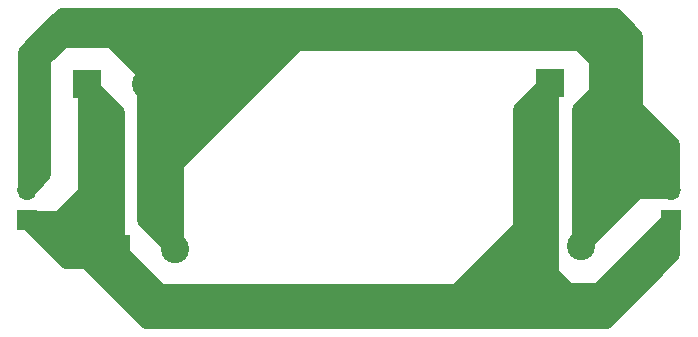
<source format=gbr>
G04 #@! TF.GenerationSoftware,KiCad,Pcbnew,7.0.2-0*
G04 #@! TF.CreationDate,2023-07-23T18:43:10+09:00*
G04 #@! TF.ProjectId,capacitor_board2,63617061-6369-4746-9f72-5f626f617264,rev?*
G04 #@! TF.SameCoordinates,Original*
G04 #@! TF.FileFunction,Copper,L1,Top*
G04 #@! TF.FilePolarity,Positive*
%FSLAX46Y46*%
G04 Gerber Fmt 4.6, Leading zero omitted, Abs format (unit mm)*
G04 Created by KiCad (PCBNEW 7.0.2-0) date 2023-07-23 18:43:10*
%MOMM*%
%LPD*%
G01*
G04 APERTURE LIST*
G04 #@! TA.AperFunction,ComponentPad*
%ADD10R,1.700000X1.700000*%
G04 #@! TD*
G04 #@! TA.AperFunction,ComponentPad*
%ADD11O,1.700000X1.700000*%
G04 #@! TD*
G04 #@! TA.AperFunction,ComponentPad*
%ADD12R,2.400000X2.400000*%
G04 #@! TD*
G04 #@! TA.AperFunction,ComponentPad*
%ADD13C,2.400000*%
G04 #@! TD*
G04 #@! TA.AperFunction,Conductor*
%ADD14C,1.500000*%
G04 #@! TD*
G04 APERTURE END LIST*
D10*
X118618000Y-106299000D03*
D11*
X118618000Y-103759000D03*
D12*
X160576041Y-108500000D03*
D13*
X165576041Y-108500000D03*
D12*
X126176041Y-108800000D03*
D13*
X131176041Y-108800000D03*
D12*
X123700000Y-94800000D03*
D13*
X128700000Y-94800000D03*
D12*
X162900000Y-94700000D03*
D13*
X167900000Y-94700000D03*
D10*
X173200000Y-106300000D03*
D11*
X173200000Y-103760000D03*
D14*
X168275000Y-112395000D02*
X168402000Y-112268000D01*
X164465000Y-112395000D02*
X166370000Y-114300000D01*
X160576041Y-109044959D02*
X155956000Y-113665000D01*
X173200000Y-107470000D02*
X171831000Y-108839000D01*
X123700000Y-108458000D02*
X122047000Y-108458000D01*
X129921000Y-112522000D02*
X155067000Y-112522000D01*
X119888000Y-106299000D02*
X121541000Y-106299000D01*
X161566000Y-106956000D02*
X161566000Y-96034000D01*
X161843021Y-111460979D02*
X161843021Y-107233021D01*
X160576041Y-106172000D02*
X160576041Y-97023959D01*
X118618000Y-106299000D02*
X121414000Y-106299000D01*
X161843021Y-111460979D02*
X162900000Y-110404000D01*
X123700000Y-104013000D02*
X123700000Y-106323959D01*
X171831000Y-108839000D02*
X168402000Y-112268000D01*
X164465000Y-112395000D02*
X166624000Y-112395000D01*
X160576041Y-112727959D02*
X160576041Y-108500000D01*
X160576041Y-108500000D02*
X160576041Y-106172000D01*
X123700000Y-94800000D02*
X123700000Y-104013000D01*
X161843021Y-107233021D02*
X160576041Y-108500000D01*
X126176041Y-108800000D02*
X126176041Y-97276041D01*
X160576041Y-112727959D02*
X161843021Y-111460979D01*
X123700000Y-106323959D02*
X124893020Y-107516980D01*
X159639000Y-113665000D02*
X168783000Y-113665000D01*
X126176041Y-108800000D02*
X126176041Y-112206041D01*
X124893020Y-110923020D02*
X126176041Y-112206041D01*
X155575000Y-112014000D02*
X153924000Y-113665000D01*
X126176041Y-108800000D02*
X126199000Y-108800000D01*
X166624000Y-112395000D02*
X167105000Y-112395000D01*
X168402000Y-112268000D02*
X166370000Y-114300000D01*
X160576041Y-97023959D02*
X161566000Y-96034000D01*
X158496000Y-114808000D02*
X165862000Y-114808000D01*
X160576041Y-108500000D02*
X160576041Y-110949959D01*
X167105000Y-112395000D02*
X173200000Y-106300000D01*
X166370000Y-114300000D02*
X165862000Y-114808000D01*
X124893020Y-107516980D02*
X126176041Y-108800000D01*
X162900000Y-94700000D02*
X162900000Y-106176041D01*
X162900000Y-106176041D02*
X161843021Y-107233021D01*
X162900000Y-110404000D02*
X162900000Y-106176041D01*
X121414000Y-106299000D02*
X123700000Y-104013000D01*
X129921000Y-112522000D02*
X131064000Y-113665000D01*
X173200000Y-109248000D02*
X173200000Y-106300000D01*
X161566000Y-96034000D02*
X162900000Y-94700000D01*
X123675041Y-106299000D02*
X123700000Y-106323959D01*
X157861000Y-113665000D02*
X156718000Y-114808000D01*
X159639000Y-113665000D02*
X160576041Y-112727959D01*
X123700000Y-109730000D02*
X122049000Y-109730000D01*
X160909000Y-112395000D02*
X164465000Y-112395000D01*
X153924000Y-113665000D02*
X155956000Y-113665000D01*
X161843021Y-107233021D02*
X161566000Y-106956000D01*
X165862000Y-114808000D02*
X167640000Y-114808000D01*
X155067000Y-112522000D02*
X155575000Y-112014000D01*
X126176041Y-108800000D02*
X126176041Y-110174041D01*
X168783000Y-113665000D02*
X173200000Y-109248000D01*
X125067000Y-96167000D02*
X123700000Y-94800000D01*
X123700000Y-106323959D02*
X123700000Y-108458000D01*
X160576041Y-108500000D02*
X160576041Y-109044959D01*
X128778000Y-114808000D02*
X130810000Y-114808000D01*
X123700000Y-108458000D02*
X123700000Y-109730000D01*
X121541000Y-106299000D02*
X123700000Y-108458000D01*
X160576041Y-110949959D02*
X157861000Y-113665000D01*
X126176041Y-110174041D02*
X129667000Y-113665000D01*
X160576041Y-108506041D02*
X164465000Y-112395000D01*
X126199000Y-108800000D02*
X129921000Y-112522000D01*
X131064000Y-113665000D02*
X153924000Y-113665000D01*
X122047000Y-108458000D02*
X119888000Y-106299000D01*
X160576041Y-112727959D02*
X160909000Y-112395000D01*
X173200000Y-106300000D02*
X173200000Y-107470000D01*
X130810000Y-114808000D02*
X156718000Y-114808000D01*
X156718000Y-114808000D02*
X158496000Y-114808000D01*
X167640000Y-114808000D02*
X168783000Y-113665000D01*
X123700000Y-109730000D02*
X124893020Y-110923020D01*
X126176041Y-112206041D02*
X128778000Y-114808000D01*
X160576041Y-108500000D02*
X160576041Y-108506041D01*
X126176041Y-97276041D02*
X125067000Y-96167000D01*
X160576041Y-106172000D02*
X160576041Y-107012959D01*
X124893020Y-96340980D02*
X124893020Y-107516980D01*
X125067000Y-96167000D02*
X124893020Y-96340980D01*
X166624000Y-112395000D02*
X168275000Y-112395000D01*
X122049000Y-109730000D02*
X118618000Y-106299000D01*
X155956000Y-113665000D02*
X157861000Y-113665000D01*
X129667000Y-113665000D02*
X131064000Y-113665000D01*
X129667000Y-113665000D02*
X130810000Y-114808000D01*
X160576041Y-107012959D02*
X155575000Y-112014000D01*
X118618000Y-106299000D02*
X123675041Y-106299000D01*
X118618000Y-106299000D02*
X119888000Y-106299000D01*
X124893020Y-107516980D02*
X124893020Y-110923020D01*
X158496000Y-114808000D02*
X159639000Y-113665000D01*
X168973500Y-91376500D02*
X170053000Y-92456000D01*
X131181000Y-96012000D02*
X131181000Y-93980000D01*
X140462000Y-91303000D02*
X141478000Y-91303000D01*
X131176041Y-100076000D02*
X131689000Y-100076000D01*
X173200000Y-100000000D02*
X169886500Y-96686500D01*
X129853000Y-95953000D02*
X128700000Y-94800000D01*
X119951500Y-92964000D02*
X119951500Y-102425500D01*
X166751000Y-89154000D02*
X168973500Y-91376500D01*
X164846000Y-91303000D02*
X166995000Y-91303000D01*
X171196000Y-103760000D02*
X168282000Y-103760000D01*
X167900000Y-100076000D02*
X167900000Y-101346000D01*
X173200000Y-103760000D02*
X173200000Y-102362000D01*
X167900000Y-100464000D02*
X171196000Y-103760000D01*
X131181000Y-93980000D02*
X133858000Y-91303000D01*
X133858000Y-91303000D02*
X134112000Y-91303000D01*
X119951500Y-90868500D02*
X120078500Y-90995500D01*
X165852000Y-90160000D02*
X165862000Y-90170000D01*
X120078500Y-90995500D02*
X121666000Y-90995500D01*
X130492500Y-90995500D02*
X131699000Y-89789000D01*
X125857000Y-91000000D02*
X129853000Y-94996000D01*
X168282000Y-103760000D02*
X167900000Y-103378000D01*
X164846000Y-89154000D02*
X166751000Y-89154000D01*
X128700000Y-94800000D02*
X128700000Y-92788000D01*
X166751000Y-89154000D02*
X168402000Y-89154000D01*
X167900000Y-106176041D02*
X166883021Y-107193021D01*
X129853000Y-94996000D02*
X129853000Y-95953000D01*
X137149082Y-91303000D02*
X131181000Y-97271082D01*
X134346000Y-89154000D02*
X134366000Y-89154000D01*
X131181000Y-92319000D02*
X132197000Y-91303000D01*
X120713500Y-90106500D02*
X131381500Y-90106500D01*
X129806020Y-97626020D02*
X129806020Y-107429980D01*
X166883021Y-96271021D02*
X166883021Y-107193021D01*
X167900000Y-98460000D02*
X169298000Y-98460000D01*
X138176000Y-91303000D02*
X138684000Y-91303000D01*
X169886500Y-96686500D02*
X167900000Y-94700000D01*
X125476000Y-89154000D02*
X121666000Y-89154000D01*
X166995000Y-91303000D02*
X167005000Y-91313000D01*
X167900000Y-94700000D02*
X167900000Y-100076000D01*
X165477000Y-91303000D02*
X167900000Y-93726000D01*
X128700000Y-94800000D02*
X128700000Y-92378000D01*
X167005000Y-95595000D02*
X166606000Y-95994000D01*
X119951500Y-90868500D02*
X118618000Y-92202000D01*
X171196000Y-103760000D02*
X170314000Y-103760000D01*
X167005000Y-91313000D02*
X167005000Y-95595000D01*
X138684000Y-91303000D02*
X140462000Y-91303000D01*
X128700000Y-94800000D02*
X128700000Y-96520000D01*
X125857000Y-90995500D02*
X125857000Y-91000000D01*
X169298000Y-98460000D02*
X173200000Y-102362000D01*
X132197000Y-91303000D02*
X133340000Y-90160000D01*
X167900000Y-94700000D02*
X167900000Y-93726000D01*
X121666000Y-90995500D02*
X119951500Y-92710000D01*
X131176041Y-108800000D02*
X131176041Y-101854000D01*
X167900000Y-94700000D02*
X167900000Y-96774000D01*
X167900000Y-103378000D02*
X167900000Y-106176041D01*
X129853000Y-93647000D02*
X129853000Y-94996000D01*
X166606000Y-95994000D02*
X166883021Y-96271021D01*
X170053000Y-96520000D02*
X169886500Y-96686500D01*
X168973500Y-91376500D02*
X168973500Y-96428500D01*
X167900000Y-106174000D02*
X170314000Y-103760000D01*
X134112000Y-91303000D02*
X136144000Y-91303000D01*
X120713500Y-90106500D02*
X119951500Y-90868500D01*
X167900000Y-100076000D02*
X167900000Y-100464000D01*
X141478000Y-91303000D02*
X164846000Y-91303000D01*
X131176041Y-101604959D02*
X141478000Y-91303000D01*
X167005000Y-91313000D02*
X167900000Y-92208000D01*
X131181000Y-96012000D02*
X135890000Y-91303000D01*
X131381500Y-90106500D02*
X131699000Y-89789000D01*
X129806020Y-107429980D02*
X131176041Y-108800000D01*
X173200000Y-103760000D02*
X171196000Y-103760000D01*
X128700000Y-92378000D02*
X125476000Y-89154000D01*
X164084000Y-89154000D02*
X164846000Y-89154000D01*
X130165000Y-93335000D02*
X129853000Y-93647000D01*
X128700000Y-94800000D02*
X130165000Y-93335000D01*
X166606000Y-95994000D02*
X167900000Y-94700000D01*
X132197000Y-91303000D02*
X134112000Y-91303000D01*
X165576041Y-108500000D02*
X165576041Y-97023959D01*
X128700000Y-96520000D02*
X129806020Y-97626020D01*
X131176041Y-101854000D02*
X131176041Y-100076000D01*
X166883021Y-107193021D02*
X165576041Y-108500000D01*
X164846000Y-89154000D02*
X165862000Y-90170000D01*
X167900000Y-96774000D02*
X167900000Y-98460000D01*
X167900000Y-93726000D02*
X167900000Y-92970000D01*
X131176041Y-100076000D02*
X131176041Y-99060000D01*
X170314000Y-103760000D02*
X167900000Y-101346000D01*
X118618000Y-92202000D02*
X118618000Y-103759000D01*
X119951500Y-92710000D02*
X119951500Y-92964000D01*
X133340000Y-90160000D02*
X134346000Y-89154000D01*
X167900000Y-92208000D02*
X167900000Y-94700000D01*
X128700000Y-106323959D02*
X129806020Y-107429980D01*
X167900000Y-98460000D02*
X173200000Y-103760000D01*
X164846000Y-91303000D02*
X165477000Y-91303000D01*
X135890000Y-91303000D02*
X136144000Y-91303000D01*
X167900000Y-101346000D02*
X167900000Y-103378000D01*
X130165000Y-93335000D02*
X131181000Y-92319000D01*
X134366000Y-89154000D02*
X164084000Y-89154000D01*
X132334000Y-89154000D02*
X134366000Y-89154000D01*
X131689000Y-100076000D02*
X140462000Y-91303000D01*
X128700000Y-92788000D02*
X130492500Y-90995500D01*
X173200000Y-101346000D02*
X173200000Y-100000000D01*
X168402000Y-89154000D02*
X170053000Y-90805000D01*
X128700000Y-96520000D02*
X128700000Y-106323959D01*
X125857000Y-90995500D02*
X130492500Y-90995500D01*
X119951500Y-102425500D02*
X118618000Y-103759000D01*
X131181000Y-93980000D02*
X131181000Y-92319000D01*
X165576041Y-97023959D02*
X166606000Y-95994000D01*
X170053000Y-92456000D02*
X170053000Y-92710000D01*
X167900000Y-106176041D02*
X167900000Y-106174000D01*
X121666000Y-89154000D02*
X120713500Y-90106500D01*
X131176041Y-101854000D02*
X131176041Y-101604959D01*
X121666000Y-90995500D02*
X125857000Y-90995500D01*
X133340000Y-90160000D02*
X165852000Y-90160000D01*
X167900000Y-92970000D02*
X164084000Y-89154000D01*
X167900000Y-96774000D02*
X168628000Y-96774000D01*
X131176041Y-99060000D02*
X131176041Y-97276041D01*
X119951500Y-90868500D02*
X119951500Y-92964000D01*
X131176041Y-97276041D02*
X131181000Y-97271082D01*
X132334000Y-89154000D02*
X125476000Y-89154000D01*
X170053000Y-90805000D02*
X170053000Y-92710000D01*
X138176000Y-91303000D02*
X137149082Y-91303000D01*
X131176041Y-98810959D02*
X138684000Y-91303000D01*
X131181000Y-97271082D02*
X131181000Y-96012000D01*
X131176041Y-97276041D02*
X129853000Y-95953000D01*
X131699000Y-89789000D02*
X132334000Y-89154000D01*
X136144000Y-91303000D02*
X138176000Y-91303000D01*
X131176041Y-99060000D02*
X131176041Y-98810959D01*
X173200000Y-102362000D02*
X173200000Y-101346000D01*
X165862000Y-90170000D02*
X167005000Y-91313000D01*
X170053000Y-92710000D02*
X170053000Y-96520000D01*
X168973500Y-96428500D02*
X168628000Y-96774000D01*
X168628000Y-96774000D02*
X173200000Y-101346000D01*
M02*

</source>
